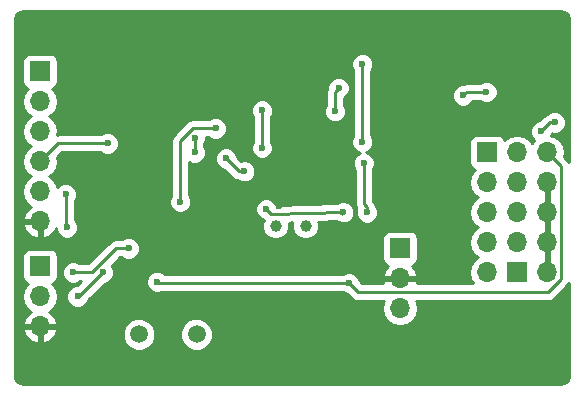
<source format=gbr>
G04 #@! TF.FileFunction,Copper,L2,Bot,Signal*
%FSLAX46Y46*%
G04 Gerber Fmt 4.6, Leading zero omitted, Abs format (unit mm)*
G04 Created by KiCad (PCBNEW 4.0.6) date 01/08/18 14:17:43*
%MOMM*%
%LPD*%
G01*
G04 APERTURE LIST*
%ADD10C,0.100000*%
%ADD11R,1.700000X1.700000*%
%ADD12O,1.700000X1.700000*%
%ADD13C,1.000000*%
%ADD14C,1.500000*%
%ADD15C,0.600000*%
%ADD16C,0.250000*%
%ADD17C,0.254000*%
G04 APERTURE END LIST*
D10*
D11*
X220980000Y-91440000D03*
D12*
X220980000Y-93980000D03*
X220980000Y-96520000D03*
X220980000Y-99060000D03*
X220980000Y-101600000D03*
D11*
X223520000Y-101600000D03*
D12*
X226060000Y-101600000D03*
X223520000Y-99060000D03*
X226060000Y-99060000D03*
X223520000Y-96520000D03*
X226060000Y-96520000D03*
X223520000Y-93980000D03*
X226060000Y-93980000D03*
X223520000Y-91440000D03*
X226060000Y-91440000D03*
D11*
X183134000Y-84582000D03*
D12*
X183134000Y-87122000D03*
X183134000Y-89662000D03*
X183134000Y-92202000D03*
X183134000Y-94742000D03*
X183134000Y-97282000D03*
D11*
X183134000Y-101092000D03*
D12*
X183134000Y-103632000D03*
X183134000Y-106172000D03*
D13*
X203073000Y-97663000D03*
X205613000Y-97663000D03*
D14*
X196382856Y-106840710D03*
X191502856Y-106840710D03*
D11*
X213614000Y-99568000D03*
D12*
X213614000Y-102108000D03*
X213614000Y-104648000D03*
D15*
X203326270Y-96006581D03*
X213741000Y-89408000D03*
X197739000Y-101600000D03*
X190627000Y-98171000D03*
X186436000Y-99568000D03*
X217932000Y-82423000D03*
X211328000Y-82042000D03*
X193040000Y-102383002D03*
X201930000Y-87884000D03*
X210425558Y-83960442D03*
X201930000Y-91059000D03*
X209296000Y-102489000D03*
X188849000Y-90678000D03*
X210425558Y-90537558D03*
X225552000Y-89662000D03*
X226695000Y-88900000D03*
X198882000Y-91948000D03*
X200428441Y-93032441D03*
X210548037Y-92329223D03*
X210820000Y-96520000D03*
X185293000Y-94996000D03*
X185420000Y-97790000D03*
X186309000Y-103632000D03*
X186309000Y-103632000D03*
X188468000Y-101600000D03*
X196215000Y-91440000D03*
X196215000Y-90180000D03*
X197993000Y-89408000D03*
X194998000Y-95631000D03*
X208807942Y-96500058D03*
X202262559Y-96217559D03*
X208107001Y-87965001D03*
X208407000Y-85979000D03*
X220934001Y-86314001D03*
X218948000Y-86614000D03*
X185928000Y-101600000D03*
X190627000Y-99568000D03*
D16*
X213741000Y-89408000D02*
X217932000Y-85217000D01*
X217932000Y-85217000D02*
X217932000Y-82423000D01*
X197739000Y-101600000D02*
X194310000Y-98171000D01*
X194310000Y-98171000D02*
X190627000Y-98171000D01*
X186436000Y-99568000D02*
X187833000Y-98171000D01*
X187833000Y-98171000D02*
X190627000Y-98171000D01*
X211328000Y-82042000D02*
X211709000Y-82423000D01*
X211709000Y-82423000D02*
X217932000Y-82423000D01*
X193145998Y-102489000D02*
X193040000Y-102383002D01*
X209296000Y-102489000D02*
X193145998Y-102489000D01*
X201930000Y-91059000D02*
X201930000Y-87884000D01*
X210090001Y-103283001D02*
X209296000Y-102489000D01*
X226060000Y-91440000D02*
X227235001Y-92615001D01*
X227235001Y-92615001D02*
X227235001Y-102164001D01*
X227235001Y-102164001D02*
X226116001Y-103283001D01*
X226116001Y-103283001D02*
X210090001Y-103283001D01*
X188849000Y-90678000D02*
X184658000Y-90678000D01*
X184658000Y-90678000D02*
X183134000Y-92202000D01*
X210425558Y-90537558D02*
X210425558Y-83960442D01*
X226695000Y-88900000D02*
X226314000Y-88900000D01*
X226314000Y-88900000D02*
X225552000Y-89662000D01*
X199966441Y-93032441D02*
X198882000Y-91948000D01*
X200428441Y-93032441D02*
X199966441Y-93032441D01*
X210566000Y-95841736D02*
X210566000Y-92347186D01*
X210566000Y-92347186D02*
X210548037Y-92329223D01*
X210820000Y-96520000D02*
X210820000Y-96095736D01*
X210820000Y-96095736D02*
X210566000Y-95841736D01*
X185293000Y-94996000D02*
X185293000Y-97663000D01*
X185293000Y-97663000D02*
X185420000Y-97790000D01*
X188468000Y-101600000D02*
X186436000Y-103632000D01*
X186436000Y-103632000D02*
X186309000Y-103632000D01*
X196215000Y-90180000D02*
X196215000Y-91440000D01*
X196061998Y-89408000D02*
X197993000Y-89408000D01*
X194998000Y-95631000D02*
X194998000Y-90471998D01*
X194998000Y-90471998D02*
X196061998Y-89408000D01*
X202692000Y-96647000D02*
X208807942Y-96500058D01*
X208661000Y-96647000D02*
X208807942Y-96500058D01*
X202262559Y-96217559D02*
X202692000Y-96647000D01*
X208407000Y-85979000D02*
X208107001Y-86278999D01*
X208107001Y-86278999D02*
X208107001Y-87965001D01*
X218948000Y-86614000D02*
X219247999Y-86314001D01*
X219247999Y-86314001D02*
X220934001Y-86314001D01*
X187542998Y-101600000D02*
X185928000Y-101600000D01*
X190627000Y-99568000D02*
X189574998Y-99568000D01*
X189574998Y-99568000D02*
X187542998Y-101600000D01*
D17*
G36*
X227538979Y-79505478D02*
X227716145Y-79623856D01*
X227834521Y-79801019D01*
X227890000Y-80079931D01*
X227890000Y-92253598D01*
X227772402Y-92077600D01*
X227501210Y-91806408D01*
X227574093Y-91440000D01*
X227461054Y-90871715D01*
X227139147Y-90389946D01*
X226657378Y-90068039D01*
X226415758Y-90019978D01*
X226486838Y-89848799D01*
X226486858Y-89825976D01*
X226508201Y-89834838D01*
X226880167Y-89835162D01*
X227223943Y-89693117D01*
X227487192Y-89430327D01*
X227629838Y-89086799D01*
X227630162Y-88714833D01*
X227488117Y-88371057D01*
X227225327Y-88107808D01*
X226881799Y-87965162D01*
X226509833Y-87964838D01*
X226166057Y-88106883D01*
X226087811Y-88184992D01*
X226023161Y-88197852D01*
X225776599Y-88362599D01*
X225412320Y-88726878D01*
X225366833Y-88726838D01*
X225023057Y-88868883D01*
X224759808Y-89131673D01*
X224617162Y-89475201D01*
X224616838Y-89847167D01*
X224758883Y-90190943D01*
X224971505Y-90403936D01*
X224790000Y-90675578D01*
X224599147Y-90389946D01*
X224117378Y-90068039D01*
X223549093Y-89955000D01*
X223490907Y-89955000D01*
X222922622Y-90068039D01*
X222440853Y-90389946D01*
X222440029Y-90391179D01*
X222433162Y-90354683D01*
X222294090Y-90138559D01*
X222081890Y-89993569D01*
X221830000Y-89942560D01*
X220130000Y-89942560D01*
X219894683Y-89986838D01*
X219678559Y-90125910D01*
X219533569Y-90338110D01*
X219482560Y-90590000D01*
X219482560Y-92290000D01*
X219526838Y-92525317D01*
X219665910Y-92741441D01*
X219878110Y-92886431D01*
X219945541Y-92900086D01*
X219900853Y-92929946D01*
X219578946Y-93411715D01*
X219465907Y-93980000D01*
X219578946Y-94548285D01*
X219900853Y-95030054D01*
X220230026Y-95250000D01*
X219900853Y-95469946D01*
X219578946Y-95951715D01*
X219465907Y-96520000D01*
X219578946Y-97088285D01*
X219900853Y-97570054D01*
X220230026Y-97790000D01*
X219900853Y-98009946D01*
X219578946Y-98491715D01*
X219465907Y-99060000D01*
X219578946Y-99628285D01*
X219900853Y-100110054D01*
X220230026Y-100330000D01*
X219900853Y-100549946D01*
X219578946Y-101031715D01*
X219465907Y-101600000D01*
X219578946Y-102168285D01*
X219815959Y-102523001D01*
X215031407Y-102523001D01*
X215055476Y-102464890D01*
X214934155Y-102235000D01*
X213741000Y-102235000D01*
X213741000Y-102255000D01*
X213487000Y-102255000D01*
X213487000Y-102235000D01*
X212293845Y-102235000D01*
X212172524Y-102464890D01*
X212196593Y-102523001D01*
X210404803Y-102523001D01*
X210231122Y-102349320D01*
X210231162Y-102303833D01*
X210089117Y-101960057D01*
X209826327Y-101696808D01*
X209482799Y-101554162D01*
X209110833Y-101553838D01*
X208767057Y-101695883D01*
X208733882Y-101729000D01*
X193708276Y-101729000D01*
X193570327Y-101590810D01*
X193226799Y-101448164D01*
X192854833Y-101447840D01*
X192511057Y-101589885D01*
X192247808Y-101852675D01*
X192105162Y-102196203D01*
X192104838Y-102568169D01*
X192246883Y-102911945D01*
X192509673Y-103175194D01*
X192853201Y-103317840D01*
X193225167Y-103318164D01*
X193392557Y-103249000D01*
X208733537Y-103249000D01*
X208765673Y-103281192D01*
X209109201Y-103423838D01*
X209156077Y-103423879D01*
X209552600Y-103820402D01*
X209799162Y-103985149D01*
X210090001Y-104043001D01*
X212237477Y-104043001D01*
X212212946Y-104079715D01*
X212099907Y-104648000D01*
X212212946Y-105216285D01*
X212534853Y-105698054D01*
X213016622Y-106019961D01*
X213584907Y-106133000D01*
X213643093Y-106133000D01*
X214211378Y-106019961D01*
X214693147Y-105698054D01*
X215015054Y-105216285D01*
X215128093Y-104648000D01*
X215015054Y-104079715D01*
X214990523Y-104043001D01*
X226116001Y-104043001D01*
X226406840Y-103985149D01*
X226653402Y-103820402D01*
X227772402Y-102701402D01*
X227890000Y-102525404D01*
X227890000Y-110420069D01*
X227834521Y-110698981D01*
X227716145Y-110876144D01*
X227538979Y-110994522D01*
X227260070Y-111050000D01*
X181679931Y-111050000D01*
X181401019Y-110994521D01*
X181223856Y-110876145D01*
X181095309Y-110683760D01*
X181050000Y-110503448D01*
X181050000Y-106528890D01*
X181692524Y-106528890D01*
X181862355Y-106938924D01*
X182252642Y-107367183D01*
X182777108Y-107613486D01*
X183007000Y-107492819D01*
X183007000Y-106299000D01*
X183261000Y-106299000D01*
X183261000Y-107492819D01*
X183490892Y-107613486D01*
X184015358Y-107367183D01*
X184245185Y-107114995D01*
X190117616Y-107114995D01*
X190328025Y-107624225D01*
X190717292Y-108014171D01*
X191226154Y-108225469D01*
X191777141Y-108225950D01*
X192286371Y-108015541D01*
X192676317Y-107626274D01*
X192887615Y-107117412D01*
X192887617Y-107114995D01*
X194997616Y-107114995D01*
X195208025Y-107624225D01*
X195597292Y-108014171D01*
X196106154Y-108225469D01*
X196657141Y-108225950D01*
X197166371Y-108015541D01*
X197556317Y-107626274D01*
X197767615Y-107117412D01*
X197768096Y-106566425D01*
X197557687Y-106057195D01*
X197168420Y-105667249D01*
X196659558Y-105455951D01*
X196108571Y-105455470D01*
X195599341Y-105665879D01*
X195209395Y-106055146D01*
X194998097Y-106564008D01*
X194997616Y-107114995D01*
X192887617Y-107114995D01*
X192888096Y-106566425D01*
X192677687Y-106057195D01*
X192288420Y-105667249D01*
X191779558Y-105455951D01*
X191228571Y-105455470D01*
X190719341Y-105665879D01*
X190329395Y-106055146D01*
X190118097Y-106564008D01*
X190117616Y-107114995D01*
X184245185Y-107114995D01*
X184405645Y-106938924D01*
X184575476Y-106528890D01*
X184454155Y-106299000D01*
X183261000Y-106299000D01*
X183007000Y-106299000D01*
X181813845Y-106299000D01*
X181692524Y-106528890D01*
X181050000Y-106528890D01*
X181050000Y-103632000D01*
X181619907Y-103632000D01*
X181732946Y-104200285D01*
X182054853Y-104682054D01*
X182395553Y-104909702D01*
X182252642Y-104976817D01*
X181862355Y-105405076D01*
X181692524Y-105815110D01*
X181813845Y-106045000D01*
X183007000Y-106045000D01*
X183007000Y-106025000D01*
X183261000Y-106025000D01*
X183261000Y-106045000D01*
X184454155Y-106045000D01*
X184575476Y-105815110D01*
X184405645Y-105405076D01*
X184015358Y-104976817D01*
X183872447Y-104909702D01*
X184213147Y-104682054D01*
X184535054Y-104200285D01*
X184648093Y-103632000D01*
X184535054Y-103063715D01*
X184213147Y-102581946D01*
X184171548Y-102554150D01*
X184219317Y-102545162D01*
X184435441Y-102406090D01*
X184580431Y-102193890D01*
X184631440Y-101942000D01*
X184631440Y-101785167D01*
X184992838Y-101785167D01*
X185134883Y-102128943D01*
X185397673Y-102392192D01*
X185741201Y-102534838D01*
X186113167Y-102535162D01*
X186456943Y-102393117D01*
X186490118Y-102360000D01*
X186633198Y-102360000D01*
X186296210Y-102696988D01*
X186123833Y-102696838D01*
X185780057Y-102838883D01*
X185516808Y-103101673D01*
X185374162Y-103445201D01*
X185373838Y-103817167D01*
X185515883Y-104160943D01*
X185778673Y-104424192D01*
X186122201Y-104566838D01*
X186494167Y-104567162D01*
X186837943Y-104425117D01*
X187101192Y-104162327D01*
X187186913Y-103955889D01*
X188607680Y-102535122D01*
X188653167Y-102535162D01*
X188996943Y-102393117D01*
X189260192Y-102130327D01*
X189402838Y-101786799D01*
X189403162Y-101414833D01*
X189261117Y-101071057D01*
X189203980Y-101013820D01*
X189889800Y-100328000D01*
X190064537Y-100328000D01*
X190096673Y-100360192D01*
X190440201Y-100502838D01*
X190812167Y-100503162D01*
X191155943Y-100361117D01*
X191419192Y-100098327D01*
X191561838Y-99754799D01*
X191562162Y-99382833D01*
X191420117Y-99039057D01*
X191157327Y-98775808D01*
X190813799Y-98633162D01*
X190441833Y-98632838D01*
X190098057Y-98774883D01*
X190064882Y-98808000D01*
X189574998Y-98808000D01*
X189284159Y-98865852D01*
X189037597Y-99030599D01*
X187228196Y-100840000D01*
X186490463Y-100840000D01*
X186458327Y-100807808D01*
X186114799Y-100665162D01*
X185742833Y-100664838D01*
X185399057Y-100806883D01*
X185135808Y-101069673D01*
X184993162Y-101413201D01*
X184992838Y-101785167D01*
X184631440Y-101785167D01*
X184631440Y-100242000D01*
X184587162Y-100006683D01*
X184448090Y-99790559D01*
X184235890Y-99645569D01*
X183984000Y-99594560D01*
X182284000Y-99594560D01*
X182048683Y-99638838D01*
X181832559Y-99777910D01*
X181687569Y-99990110D01*
X181636560Y-100242000D01*
X181636560Y-101942000D01*
X181680838Y-102177317D01*
X181819910Y-102393441D01*
X182032110Y-102538431D01*
X182099541Y-102552086D01*
X182054853Y-102581946D01*
X181732946Y-103063715D01*
X181619907Y-103632000D01*
X181050000Y-103632000D01*
X181050000Y-97638890D01*
X181692524Y-97638890D01*
X181862355Y-98048924D01*
X182252642Y-98477183D01*
X182777108Y-98723486D01*
X183007000Y-98602819D01*
X183007000Y-97409000D01*
X181813845Y-97409000D01*
X181692524Y-97638890D01*
X181050000Y-97638890D01*
X181050000Y-87122000D01*
X181619907Y-87122000D01*
X181732946Y-87690285D01*
X182054853Y-88172054D01*
X182384026Y-88392000D01*
X182054853Y-88611946D01*
X181732946Y-89093715D01*
X181619907Y-89662000D01*
X181732946Y-90230285D01*
X182054853Y-90712054D01*
X182384026Y-90932000D01*
X182054853Y-91151946D01*
X181732946Y-91633715D01*
X181619907Y-92202000D01*
X181732946Y-92770285D01*
X182054853Y-93252054D01*
X182384026Y-93472000D01*
X182054853Y-93691946D01*
X181732946Y-94173715D01*
X181619907Y-94742000D01*
X181732946Y-95310285D01*
X182054853Y-95792054D01*
X182395553Y-96019702D01*
X182252642Y-96086817D01*
X181862355Y-96515076D01*
X181692524Y-96925110D01*
X181813845Y-97155000D01*
X183007000Y-97155000D01*
X183007000Y-97135000D01*
X183261000Y-97135000D01*
X183261000Y-97155000D01*
X183281000Y-97155000D01*
X183281000Y-97409000D01*
X183261000Y-97409000D01*
X183261000Y-98602819D01*
X183490892Y-98723486D01*
X184015358Y-98477183D01*
X184405645Y-98048924D01*
X184484941Y-97857476D01*
X184484838Y-97975167D01*
X184626883Y-98318943D01*
X184889673Y-98582192D01*
X185233201Y-98724838D01*
X185605167Y-98725162D01*
X185948943Y-98583117D01*
X186212192Y-98320327D01*
X186354838Y-97976799D01*
X186355162Y-97604833D01*
X186213117Y-97261057D01*
X186053000Y-97100660D01*
X186053000Y-95816167D01*
X194062838Y-95816167D01*
X194204883Y-96159943D01*
X194467673Y-96423192D01*
X194811201Y-96565838D01*
X195183167Y-96566162D01*
X195526943Y-96424117D01*
X195548371Y-96402726D01*
X201327397Y-96402726D01*
X201469442Y-96746502D01*
X201732232Y-97009751D01*
X202058958Y-97145420D01*
X201938197Y-97436244D01*
X201937803Y-97887775D01*
X202110233Y-98305086D01*
X202429235Y-98624645D01*
X202846244Y-98797803D01*
X203297775Y-98798197D01*
X203715086Y-98625767D01*
X204034645Y-98306765D01*
X204207803Y-97889756D01*
X204208197Y-97438225D01*
X204180608Y-97371454D01*
X204508370Y-97363579D01*
X204478197Y-97436244D01*
X204477803Y-97887775D01*
X204650233Y-98305086D01*
X204969235Y-98624645D01*
X205386244Y-98797803D01*
X205837775Y-98798197D01*
X206031865Y-98718000D01*
X212116560Y-98718000D01*
X212116560Y-100418000D01*
X212160838Y-100653317D01*
X212299910Y-100869441D01*
X212512110Y-101014431D01*
X212620107Y-101036301D01*
X212342355Y-101341076D01*
X212172524Y-101751110D01*
X212293845Y-101981000D01*
X213487000Y-101981000D01*
X213487000Y-101961000D01*
X213741000Y-101961000D01*
X213741000Y-101981000D01*
X214934155Y-101981000D01*
X215055476Y-101751110D01*
X214885645Y-101341076D01*
X214609499Y-101038063D01*
X214699317Y-101021162D01*
X214915441Y-100882090D01*
X215060431Y-100669890D01*
X215111440Y-100418000D01*
X215111440Y-98718000D01*
X215067162Y-98482683D01*
X214928090Y-98266559D01*
X214715890Y-98121569D01*
X214464000Y-98070560D01*
X212764000Y-98070560D01*
X212528683Y-98114838D01*
X212312559Y-98253910D01*
X212167569Y-98466110D01*
X212116560Y-98718000D01*
X206031865Y-98718000D01*
X206255086Y-98625767D01*
X206574645Y-98306765D01*
X206747803Y-97889756D01*
X206748197Y-97438225D01*
X206695640Y-97311028D01*
X208256968Y-97273515D01*
X208262808Y-97277417D01*
X208277615Y-97292250D01*
X208297142Y-97300358D01*
X208370161Y-97349148D01*
X208455539Y-97366131D01*
X208621143Y-97434896D01*
X208993109Y-97435220D01*
X209336885Y-97293175D01*
X209600134Y-97030385D01*
X209742780Y-96686857D01*
X209743104Y-96314891D01*
X209601059Y-95971115D01*
X209338269Y-95707866D01*
X208994741Y-95565220D01*
X208622775Y-95564896D01*
X208278999Y-95706941D01*
X208232187Y-95753672D01*
X203133176Y-95876181D01*
X203055676Y-95688616D01*
X202792886Y-95425367D01*
X202449358Y-95282721D01*
X202077392Y-95282397D01*
X201733616Y-95424442D01*
X201470367Y-95687232D01*
X201327721Y-96030760D01*
X201327397Y-96402726D01*
X195548371Y-96402726D01*
X195790192Y-96161327D01*
X195932838Y-95817799D01*
X195933162Y-95445833D01*
X195791117Y-95102057D01*
X195758000Y-95068882D01*
X195758000Y-92262640D01*
X196028201Y-92374838D01*
X196400167Y-92375162D01*
X196743943Y-92233117D01*
X196844067Y-92133167D01*
X197946838Y-92133167D01*
X198088883Y-92476943D01*
X198351673Y-92740192D01*
X198695201Y-92882838D01*
X198742077Y-92882879D01*
X199429040Y-93569842D01*
X199675601Y-93734589D01*
X199841087Y-93767506D01*
X199898114Y-93824633D01*
X200241642Y-93967279D01*
X200613608Y-93967603D01*
X200957384Y-93825558D01*
X201220633Y-93562768D01*
X201363279Y-93219240D01*
X201363603Y-92847274D01*
X201221558Y-92503498D01*
X200958768Y-92240249D01*
X200615240Y-92097603D01*
X200243274Y-92097279D01*
X200146194Y-92137392D01*
X199817122Y-91808320D01*
X199817162Y-91762833D01*
X199675117Y-91419057D01*
X199412327Y-91155808D01*
X199068799Y-91013162D01*
X198696833Y-91012838D01*
X198353057Y-91154883D01*
X198089808Y-91417673D01*
X197947162Y-91761201D01*
X197946838Y-92133167D01*
X196844067Y-92133167D01*
X197007192Y-91970327D01*
X197149838Y-91626799D01*
X197150162Y-91254833D01*
X197008117Y-90911057D01*
X196975000Y-90877882D01*
X196975000Y-90742463D01*
X197007192Y-90710327D01*
X197149838Y-90366799D01*
X197150011Y-90168000D01*
X197430537Y-90168000D01*
X197462673Y-90200192D01*
X197806201Y-90342838D01*
X198178167Y-90343162D01*
X198521943Y-90201117D01*
X198785192Y-89938327D01*
X198927838Y-89594799D01*
X198928162Y-89222833D01*
X198786117Y-88879057D01*
X198523327Y-88615808D01*
X198179799Y-88473162D01*
X197807833Y-88472838D01*
X197464057Y-88614883D01*
X197430882Y-88648000D01*
X196061998Y-88648000D01*
X195819412Y-88696254D01*
X195771158Y-88705852D01*
X195524597Y-88870599D01*
X194460599Y-89934597D01*
X194295852Y-90181159D01*
X194238000Y-90471998D01*
X194238000Y-95068537D01*
X194205808Y-95100673D01*
X194063162Y-95444201D01*
X194062838Y-95816167D01*
X186053000Y-95816167D01*
X186053000Y-95558463D01*
X186085192Y-95526327D01*
X186227838Y-95182799D01*
X186228162Y-94810833D01*
X186086117Y-94467057D01*
X185823327Y-94203808D01*
X185479799Y-94061162D01*
X185107833Y-94060838D01*
X184764057Y-94202883D01*
X184577833Y-94388782D01*
X184535054Y-94173715D01*
X184213147Y-93691946D01*
X183883974Y-93472000D01*
X184213147Y-93252054D01*
X184535054Y-92770285D01*
X184648093Y-92202000D01*
X184575210Y-91835592D01*
X184972802Y-91438000D01*
X188286537Y-91438000D01*
X188318673Y-91470192D01*
X188662201Y-91612838D01*
X189034167Y-91613162D01*
X189377943Y-91471117D01*
X189641192Y-91208327D01*
X189783838Y-90864799D01*
X189784162Y-90492833D01*
X189642117Y-90149057D01*
X189379327Y-89885808D01*
X189035799Y-89743162D01*
X188663833Y-89742838D01*
X188320057Y-89884883D01*
X188286882Y-89918000D01*
X184658000Y-89918000D01*
X184594665Y-89930598D01*
X184648093Y-89662000D01*
X184535054Y-89093715D01*
X184213147Y-88611946D01*
X183883974Y-88392000D01*
X184213147Y-88172054D01*
X184281893Y-88069167D01*
X200994838Y-88069167D01*
X201136883Y-88412943D01*
X201170000Y-88446118D01*
X201170000Y-90496537D01*
X201137808Y-90528673D01*
X200995162Y-90872201D01*
X200994838Y-91244167D01*
X201136883Y-91587943D01*
X201399673Y-91851192D01*
X201743201Y-91993838D01*
X202115167Y-91994162D01*
X202458943Y-91852117D01*
X202722192Y-91589327D01*
X202864838Y-91245799D01*
X202865162Y-90873833D01*
X202723117Y-90530057D01*
X202690000Y-90496882D01*
X202690000Y-88446463D01*
X202722192Y-88414327D01*
X202831880Y-88150168D01*
X207171839Y-88150168D01*
X207313884Y-88493944D01*
X207576674Y-88757193D01*
X207920202Y-88899839D01*
X208292168Y-88900163D01*
X208635944Y-88758118D01*
X208899193Y-88495328D01*
X209041839Y-88151800D01*
X209042163Y-87779834D01*
X208900118Y-87436058D01*
X208867001Y-87402883D01*
X208867001Y-86800603D01*
X208935943Y-86772117D01*
X209199192Y-86509327D01*
X209341838Y-86165799D01*
X209342162Y-85793833D01*
X209200117Y-85450057D01*
X208937327Y-85186808D01*
X208593799Y-85044162D01*
X208221833Y-85043838D01*
X207878057Y-85185883D01*
X207614808Y-85448673D01*
X207472162Y-85792201D01*
X207472079Y-85887549D01*
X207404853Y-85988160D01*
X207347001Y-86278999D01*
X207347001Y-87402538D01*
X207314809Y-87434674D01*
X207172163Y-87778202D01*
X207171839Y-88150168D01*
X202831880Y-88150168D01*
X202864838Y-88070799D01*
X202865162Y-87698833D01*
X202723117Y-87355057D01*
X202460327Y-87091808D01*
X202116799Y-86949162D01*
X201744833Y-86948838D01*
X201401057Y-87090883D01*
X201137808Y-87353673D01*
X200995162Y-87697201D01*
X200994838Y-88069167D01*
X184281893Y-88069167D01*
X184535054Y-87690285D01*
X184648093Y-87122000D01*
X184535054Y-86553715D01*
X184213147Y-86071946D01*
X184171548Y-86044150D01*
X184219317Y-86035162D01*
X184435441Y-85896090D01*
X184580431Y-85683890D01*
X184631440Y-85432000D01*
X184631440Y-84145609D01*
X209490396Y-84145609D01*
X209632441Y-84489385D01*
X209665558Y-84522560D01*
X209665558Y-89975095D01*
X209633366Y-90007231D01*
X209490720Y-90350759D01*
X209490396Y-90722725D01*
X209632441Y-91066501D01*
X209895231Y-91329750D01*
X210206103Y-91458836D01*
X210019094Y-91536106D01*
X209755845Y-91798896D01*
X209613199Y-92142424D01*
X209612875Y-92514390D01*
X209754920Y-92858166D01*
X209806000Y-92909335D01*
X209806000Y-95841736D01*
X209863852Y-96132575D01*
X209928373Y-96229138D01*
X209885162Y-96333201D01*
X209884838Y-96705167D01*
X210026883Y-97048943D01*
X210289673Y-97312192D01*
X210633201Y-97454838D01*
X211005167Y-97455162D01*
X211348943Y-97313117D01*
X211612192Y-97050327D01*
X211754838Y-96706799D01*
X211755162Y-96334833D01*
X211613117Y-95991057D01*
X211545755Y-95923578D01*
X211522148Y-95804896D01*
X211357401Y-95558335D01*
X211326000Y-95526934D01*
X211326000Y-92873754D01*
X211340229Y-92859550D01*
X211482875Y-92516022D01*
X211483199Y-92144056D01*
X211341154Y-91800280D01*
X211078364Y-91537031D01*
X210767492Y-91407945D01*
X210954501Y-91330675D01*
X211217750Y-91067885D01*
X211360396Y-90724357D01*
X211360720Y-90352391D01*
X211218675Y-90008615D01*
X211185558Y-89975440D01*
X211185558Y-86799167D01*
X218012838Y-86799167D01*
X218154883Y-87142943D01*
X218417673Y-87406192D01*
X218761201Y-87548838D01*
X219133167Y-87549162D01*
X219476943Y-87407117D01*
X219740192Y-87144327D01*
X219769394Y-87074001D01*
X220371538Y-87074001D01*
X220403674Y-87106193D01*
X220747202Y-87248839D01*
X221119168Y-87249163D01*
X221462944Y-87107118D01*
X221726193Y-86844328D01*
X221868839Y-86500800D01*
X221869163Y-86128834D01*
X221727118Y-85785058D01*
X221464328Y-85521809D01*
X221120800Y-85379163D01*
X220748834Y-85378839D01*
X220405058Y-85520884D01*
X220371883Y-85554001D01*
X219247999Y-85554001D01*
X218957160Y-85611853D01*
X218856787Y-85678920D01*
X218762833Y-85678838D01*
X218419057Y-85820883D01*
X218155808Y-86083673D01*
X218013162Y-86427201D01*
X218012838Y-86799167D01*
X211185558Y-86799167D01*
X211185558Y-84522905D01*
X211217750Y-84490769D01*
X211360396Y-84147241D01*
X211360720Y-83775275D01*
X211218675Y-83431499D01*
X210955885Y-83168250D01*
X210612357Y-83025604D01*
X210240391Y-83025280D01*
X209896615Y-83167325D01*
X209633366Y-83430115D01*
X209490720Y-83773643D01*
X209490396Y-84145609D01*
X184631440Y-84145609D01*
X184631440Y-83732000D01*
X184587162Y-83496683D01*
X184448090Y-83280559D01*
X184235890Y-83135569D01*
X183984000Y-83084560D01*
X182284000Y-83084560D01*
X182048683Y-83128838D01*
X181832559Y-83267910D01*
X181687569Y-83480110D01*
X181636560Y-83732000D01*
X181636560Y-85432000D01*
X181680838Y-85667317D01*
X181819910Y-85883441D01*
X182032110Y-86028431D01*
X182099541Y-86042086D01*
X182054853Y-86071946D01*
X181732946Y-86553715D01*
X181619907Y-87122000D01*
X181050000Y-87122000D01*
X181050000Y-80079930D01*
X181105478Y-79801021D01*
X181223856Y-79623855D01*
X181401019Y-79505479D01*
X181679931Y-79450000D01*
X227260070Y-79450000D01*
X227538979Y-79505478D01*
X227538979Y-79505478D01*
G37*
X227538979Y-79505478D02*
X227716145Y-79623856D01*
X227834521Y-79801019D01*
X227890000Y-80079931D01*
X227890000Y-92253598D01*
X227772402Y-92077600D01*
X227501210Y-91806408D01*
X227574093Y-91440000D01*
X227461054Y-90871715D01*
X227139147Y-90389946D01*
X226657378Y-90068039D01*
X226415758Y-90019978D01*
X226486838Y-89848799D01*
X226486858Y-89825976D01*
X226508201Y-89834838D01*
X226880167Y-89835162D01*
X227223943Y-89693117D01*
X227487192Y-89430327D01*
X227629838Y-89086799D01*
X227630162Y-88714833D01*
X227488117Y-88371057D01*
X227225327Y-88107808D01*
X226881799Y-87965162D01*
X226509833Y-87964838D01*
X226166057Y-88106883D01*
X226087811Y-88184992D01*
X226023161Y-88197852D01*
X225776599Y-88362599D01*
X225412320Y-88726878D01*
X225366833Y-88726838D01*
X225023057Y-88868883D01*
X224759808Y-89131673D01*
X224617162Y-89475201D01*
X224616838Y-89847167D01*
X224758883Y-90190943D01*
X224971505Y-90403936D01*
X224790000Y-90675578D01*
X224599147Y-90389946D01*
X224117378Y-90068039D01*
X223549093Y-89955000D01*
X223490907Y-89955000D01*
X222922622Y-90068039D01*
X222440853Y-90389946D01*
X222440029Y-90391179D01*
X222433162Y-90354683D01*
X222294090Y-90138559D01*
X222081890Y-89993569D01*
X221830000Y-89942560D01*
X220130000Y-89942560D01*
X219894683Y-89986838D01*
X219678559Y-90125910D01*
X219533569Y-90338110D01*
X219482560Y-90590000D01*
X219482560Y-92290000D01*
X219526838Y-92525317D01*
X219665910Y-92741441D01*
X219878110Y-92886431D01*
X219945541Y-92900086D01*
X219900853Y-92929946D01*
X219578946Y-93411715D01*
X219465907Y-93980000D01*
X219578946Y-94548285D01*
X219900853Y-95030054D01*
X220230026Y-95250000D01*
X219900853Y-95469946D01*
X219578946Y-95951715D01*
X219465907Y-96520000D01*
X219578946Y-97088285D01*
X219900853Y-97570054D01*
X220230026Y-97790000D01*
X219900853Y-98009946D01*
X219578946Y-98491715D01*
X219465907Y-99060000D01*
X219578946Y-99628285D01*
X219900853Y-100110054D01*
X220230026Y-100330000D01*
X219900853Y-100549946D01*
X219578946Y-101031715D01*
X219465907Y-101600000D01*
X219578946Y-102168285D01*
X219815959Y-102523001D01*
X215031407Y-102523001D01*
X215055476Y-102464890D01*
X214934155Y-102235000D01*
X213741000Y-102235000D01*
X213741000Y-102255000D01*
X213487000Y-102255000D01*
X213487000Y-102235000D01*
X212293845Y-102235000D01*
X212172524Y-102464890D01*
X212196593Y-102523001D01*
X210404803Y-102523001D01*
X210231122Y-102349320D01*
X210231162Y-102303833D01*
X210089117Y-101960057D01*
X209826327Y-101696808D01*
X209482799Y-101554162D01*
X209110833Y-101553838D01*
X208767057Y-101695883D01*
X208733882Y-101729000D01*
X193708276Y-101729000D01*
X193570327Y-101590810D01*
X193226799Y-101448164D01*
X192854833Y-101447840D01*
X192511057Y-101589885D01*
X192247808Y-101852675D01*
X192105162Y-102196203D01*
X192104838Y-102568169D01*
X192246883Y-102911945D01*
X192509673Y-103175194D01*
X192853201Y-103317840D01*
X193225167Y-103318164D01*
X193392557Y-103249000D01*
X208733537Y-103249000D01*
X208765673Y-103281192D01*
X209109201Y-103423838D01*
X209156077Y-103423879D01*
X209552600Y-103820402D01*
X209799162Y-103985149D01*
X210090001Y-104043001D01*
X212237477Y-104043001D01*
X212212946Y-104079715D01*
X212099907Y-104648000D01*
X212212946Y-105216285D01*
X212534853Y-105698054D01*
X213016622Y-106019961D01*
X213584907Y-106133000D01*
X213643093Y-106133000D01*
X214211378Y-106019961D01*
X214693147Y-105698054D01*
X215015054Y-105216285D01*
X215128093Y-104648000D01*
X215015054Y-104079715D01*
X214990523Y-104043001D01*
X226116001Y-104043001D01*
X226406840Y-103985149D01*
X226653402Y-103820402D01*
X227772402Y-102701402D01*
X227890000Y-102525404D01*
X227890000Y-110420069D01*
X227834521Y-110698981D01*
X227716145Y-110876144D01*
X227538979Y-110994522D01*
X227260070Y-111050000D01*
X181679931Y-111050000D01*
X181401019Y-110994521D01*
X181223856Y-110876145D01*
X181095309Y-110683760D01*
X181050000Y-110503448D01*
X181050000Y-106528890D01*
X181692524Y-106528890D01*
X181862355Y-106938924D01*
X182252642Y-107367183D01*
X182777108Y-107613486D01*
X183007000Y-107492819D01*
X183007000Y-106299000D01*
X183261000Y-106299000D01*
X183261000Y-107492819D01*
X183490892Y-107613486D01*
X184015358Y-107367183D01*
X184245185Y-107114995D01*
X190117616Y-107114995D01*
X190328025Y-107624225D01*
X190717292Y-108014171D01*
X191226154Y-108225469D01*
X191777141Y-108225950D01*
X192286371Y-108015541D01*
X192676317Y-107626274D01*
X192887615Y-107117412D01*
X192887617Y-107114995D01*
X194997616Y-107114995D01*
X195208025Y-107624225D01*
X195597292Y-108014171D01*
X196106154Y-108225469D01*
X196657141Y-108225950D01*
X197166371Y-108015541D01*
X197556317Y-107626274D01*
X197767615Y-107117412D01*
X197768096Y-106566425D01*
X197557687Y-106057195D01*
X197168420Y-105667249D01*
X196659558Y-105455951D01*
X196108571Y-105455470D01*
X195599341Y-105665879D01*
X195209395Y-106055146D01*
X194998097Y-106564008D01*
X194997616Y-107114995D01*
X192887617Y-107114995D01*
X192888096Y-106566425D01*
X192677687Y-106057195D01*
X192288420Y-105667249D01*
X191779558Y-105455951D01*
X191228571Y-105455470D01*
X190719341Y-105665879D01*
X190329395Y-106055146D01*
X190118097Y-106564008D01*
X190117616Y-107114995D01*
X184245185Y-107114995D01*
X184405645Y-106938924D01*
X184575476Y-106528890D01*
X184454155Y-106299000D01*
X183261000Y-106299000D01*
X183007000Y-106299000D01*
X181813845Y-106299000D01*
X181692524Y-106528890D01*
X181050000Y-106528890D01*
X181050000Y-103632000D01*
X181619907Y-103632000D01*
X181732946Y-104200285D01*
X182054853Y-104682054D01*
X182395553Y-104909702D01*
X182252642Y-104976817D01*
X181862355Y-105405076D01*
X181692524Y-105815110D01*
X181813845Y-106045000D01*
X183007000Y-106045000D01*
X183007000Y-106025000D01*
X183261000Y-106025000D01*
X183261000Y-106045000D01*
X184454155Y-106045000D01*
X184575476Y-105815110D01*
X184405645Y-105405076D01*
X184015358Y-104976817D01*
X183872447Y-104909702D01*
X184213147Y-104682054D01*
X184535054Y-104200285D01*
X184648093Y-103632000D01*
X184535054Y-103063715D01*
X184213147Y-102581946D01*
X184171548Y-102554150D01*
X184219317Y-102545162D01*
X184435441Y-102406090D01*
X184580431Y-102193890D01*
X184631440Y-101942000D01*
X184631440Y-101785167D01*
X184992838Y-101785167D01*
X185134883Y-102128943D01*
X185397673Y-102392192D01*
X185741201Y-102534838D01*
X186113167Y-102535162D01*
X186456943Y-102393117D01*
X186490118Y-102360000D01*
X186633198Y-102360000D01*
X186296210Y-102696988D01*
X186123833Y-102696838D01*
X185780057Y-102838883D01*
X185516808Y-103101673D01*
X185374162Y-103445201D01*
X185373838Y-103817167D01*
X185515883Y-104160943D01*
X185778673Y-104424192D01*
X186122201Y-104566838D01*
X186494167Y-104567162D01*
X186837943Y-104425117D01*
X187101192Y-104162327D01*
X187186913Y-103955889D01*
X188607680Y-102535122D01*
X188653167Y-102535162D01*
X188996943Y-102393117D01*
X189260192Y-102130327D01*
X189402838Y-101786799D01*
X189403162Y-101414833D01*
X189261117Y-101071057D01*
X189203980Y-101013820D01*
X189889800Y-100328000D01*
X190064537Y-100328000D01*
X190096673Y-100360192D01*
X190440201Y-100502838D01*
X190812167Y-100503162D01*
X191155943Y-100361117D01*
X191419192Y-100098327D01*
X191561838Y-99754799D01*
X191562162Y-99382833D01*
X191420117Y-99039057D01*
X191157327Y-98775808D01*
X190813799Y-98633162D01*
X190441833Y-98632838D01*
X190098057Y-98774883D01*
X190064882Y-98808000D01*
X189574998Y-98808000D01*
X189284159Y-98865852D01*
X189037597Y-99030599D01*
X187228196Y-100840000D01*
X186490463Y-100840000D01*
X186458327Y-100807808D01*
X186114799Y-100665162D01*
X185742833Y-100664838D01*
X185399057Y-100806883D01*
X185135808Y-101069673D01*
X184993162Y-101413201D01*
X184992838Y-101785167D01*
X184631440Y-101785167D01*
X184631440Y-100242000D01*
X184587162Y-100006683D01*
X184448090Y-99790559D01*
X184235890Y-99645569D01*
X183984000Y-99594560D01*
X182284000Y-99594560D01*
X182048683Y-99638838D01*
X181832559Y-99777910D01*
X181687569Y-99990110D01*
X181636560Y-100242000D01*
X181636560Y-101942000D01*
X181680838Y-102177317D01*
X181819910Y-102393441D01*
X182032110Y-102538431D01*
X182099541Y-102552086D01*
X182054853Y-102581946D01*
X181732946Y-103063715D01*
X181619907Y-103632000D01*
X181050000Y-103632000D01*
X181050000Y-97638890D01*
X181692524Y-97638890D01*
X181862355Y-98048924D01*
X182252642Y-98477183D01*
X182777108Y-98723486D01*
X183007000Y-98602819D01*
X183007000Y-97409000D01*
X181813845Y-97409000D01*
X181692524Y-97638890D01*
X181050000Y-97638890D01*
X181050000Y-87122000D01*
X181619907Y-87122000D01*
X181732946Y-87690285D01*
X182054853Y-88172054D01*
X182384026Y-88392000D01*
X182054853Y-88611946D01*
X181732946Y-89093715D01*
X181619907Y-89662000D01*
X181732946Y-90230285D01*
X182054853Y-90712054D01*
X182384026Y-90932000D01*
X182054853Y-91151946D01*
X181732946Y-91633715D01*
X181619907Y-92202000D01*
X181732946Y-92770285D01*
X182054853Y-93252054D01*
X182384026Y-93472000D01*
X182054853Y-93691946D01*
X181732946Y-94173715D01*
X181619907Y-94742000D01*
X181732946Y-95310285D01*
X182054853Y-95792054D01*
X182395553Y-96019702D01*
X182252642Y-96086817D01*
X181862355Y-96515076D01*
X181692524Y-96925110D01*
X181813845Y-97155000D01*
X183007000Y-97155000D01*
X183007000Y-97135000D01*
X183261000Y-97135000D01*
X183261000Y-97155000D01*
X183281000Y-97155000D01*
X183281000Y-97409000D01*
X183261000Y-97409000D01*
X183261000Y-98602819D01*
X183490892Y-98723486D01*
X184015358Y-98477183D01*
X184405645Y-98048924D01*
X184484941Y-97857476D01*
X184484838Y-97975167D01*
X184626883Y-98318943D01*
X184889673Y-98582192D01*
X185233201Y-98724838D01*
X185605167Y-98725162D01*
X185948943Y-98583117D01*
X186212192Y-98320327D01*
X186354838Y-97976799D01*
X186355162Y-97604833D01*
X186213117Y-97261057D01*
X186053000Y-97100660D01*
X186053000Y-95816167D01*
X194062838Y-95816167D01*
X194204883Y-96159943D01*
X194467673Y-96423192D01*
X194811201Y-96565838D01*
X195183167Y-96566162D01*
X195526943Y-96424117D01*
X195548371Y-96402726D01*
X201327397Y-96402726D01*
X201469442Y-96746502D01*
X201732232Y-97009751D01*
X202058958Y-97145420D01*
X201938197Y-97436244D01*
X201937803Y-97887775D01*
X202110233Y-98305086D01*
X202429235Y-98624645D01*
X202846244Y-98797803D01*
X203297775Y-98798197D01*
X203715086Y-98625767D01*
X204034645Y-98306765D01*
X204207803Y-97889756D01*
X204208197Y-97438225D01*
X204180608Y-97371454D01*
X204508370Y-97363579D01*
X204478197Y-97436244D01*
X204477803Y-97887775D01*
X204650233Y-98305086D01*
X204969235Y-98624645D01*
X205386244Y-98797803D01*
X205837775Y-98798197D01*
X206031865Y-98718000D01*
X212116560Y-98718000D01*
X212116560Y-100418000D01*
X212160838Y-100653317D01*
X212299910Y-100869441D01*
X212512110Y-101014431D01*
X212620107Y-101036301D01*
X212342355Y-101341076D01*
X212172524Y-101751110D01*
X212293845Y-101981000D01*
X213487000Y-101981000D01*
X213487000Y-101961000D01*
X213741000Y-101961000D01*
X213741000Y-101981000D01*
X214934155Y-101981000D01*
X215055476Y-101751110D01*
X214885645Y-101341076D01*
X214609499Y-101038063D01*
X214699317Y-101021162D01*
X214915441Y-100882090D01*
X215060431Y-100669890D01*
X215111440Y-100418000D01*
X215111440Y-98718000D01*
X215067162Y-98482683D01*
X214928090Y-98266559D01*
X214715890Y-98121569D01*
X214464000Y-98070560D01*
X212764000Y-98070560D01*
X212528683Y-98114838D01*
X212312559Y-98253910D01*
X212167569Y-98466110D01*
X212116560Y-98718000D01*
X206031865Y-98718000D01*
X206255086Y-98625767D01*
X206574645Y-98306765D01*
X206747803Y-97889756D01*
X206748197Y-97438225D01*
X206695640Y-97311028D01*
X208256968Y-97273515D01*
X208262808Y-97277417D01*
X208277615Y-97292250D01*
X208297142Y-97300358D01*
X208370161Y-97349148D01*
X208455539Y-97366131D01*
X208621143Y-97434896D01*
X208993109Y-97435220D01*
X209336885Y-97293175D01*
X209600134Y-97030385D01*
X209742780Y-96686857D01*
X209743104Y-96314891D01*
X209601059Y-95971115D01*
X209338269Y-95707866D01*
X208994741Y-95565220D01*
X208622775Y-95564896D01*
X208278999Y-95706941D01*
X208232187Y-95753672D01*
X203133176Y-95876181D01*
X203055676Y-95688616D01*
X202792886Y-95425367D01*
X202449358Y-95282721D01*
X202077392Y-95282397D01*
X201733616Y-95424442D01*
X201470367Y-95687232D01*
X201327721Y-96030760D01*
X201327397Y-96402726D01*
X195548371Y-96402726D01*
X195790192Y-96161327D01*
X195932838Y-95817799D01*
X195933162Y-95445833D01*
X195791117Y-95102057D01*
X195758000Y-95068882D01*
X195758000Y-92262640D01*
X196028201Y-92374838D01*
X196400167Y-92375162D01*
X196743943Y-92233117D01*
X196844067Y-92133167D01*
X197946838Y-92133167D01*
X198088883Y-92476943D01*
X198351673Y-92740192D01*
X198695201Y-92882838D01*
X198742077Y-92882879D01*
X199429040Y-93569842D01*
X199675601Y-93734589D01*
X199841087Y-93767506D01*
X199898114Y-93824633D01*
X200241642Y-93967279D01*
X200613608Y-93967603D01*
X200957384Y-93825558D01*
X201220633Y-93562768D01*
X201363279Y-93219240D01*
X201363603Y-92847274D01*
X201221558Y-92503498D01*
X200958768Y-92240249D01*
X200615240Y-92097603D01*
X200243274Y-92097279D01*
X200146194Y-92137392D01*
X199817122Y-91808320D01*
X199817162Y-91762833D01*
X199675117Y-91419057D01*
X199412327Y-91155808D01*
X199068799Y-91013162D01*
X198696833Y-91012838D01*
X198353057Y-91154883D01*
X198089808Y-91417673D01*
X197947162Y-91761201D01*
X197946838Y-92133167D01*
X196844067Y-92133167D01*
X197007192Y-91970327D01*
X197149838Y-91626799D01*
X197150162Y-91254833D01*
X197008117Y-90911057D01*
X196975000Y-90877882D01*
X196975000Y-90742463D01*
X197007192Y-90710327D01*
X197149838Y-90366799D01*
X197150011Y-90168000D01*
X197430537Y-90168000D01*
X197462673Y-90200192D01*
X197806201Y-90342838D01*
X198178167Y-90343162D01*
X198521943Y-90201117D01*
X198785192Y-89938327D01*
X198927838Y-89594799D01*
X198928162Y-89222833D01*
X198786117Y-88879057D01*
X198523327Y-88615808D01*
X198179799Y-88473162D01*
X197807833Y-88472838D01*
X197464057Y-88614883D01*
X197430882Y-88648000D01*
X196061998Y-88648000D01*
X195819412Y-88696254D01*
X195771158Y-88705852D01*
X195524597Y-88870599D01*
X194460599Y-89934597D01*
X194295852Y-90181159D01*
X194238000Y-90471998D01*
X194238000Y-95068537D01*
X194205808Y-95100673D01*
X194063162Y-95444201D01*
X194062838Y-95816167D01*
X186053000Y-95816167D01*
X186053000Y-95558463D01*
X186085192Y-95526327D01*
X186227838Y-95182799D01*
X186228162Y-94810833D01*
X186086117Y-94467057D01*
X185823327Y-94203808D01*
X185479799Y-94061162D01*
X185107833Y-94060838D01*
X184764057Y-94202883D01*
X184577833Y-94388782D01*
X184535054Y-94173715D01*
X184213147Y-93691946D01*
X183883974Y-93472000D01*
X184213147Y-93252054D01*
X184535054Y-92770285D01*
X184648093Y-92202000D01*
X184575210Y-91835592D01*
X184972802Y-91438000D01*
X188286537Y-91438000D01*
X188318673Y-91470192D01*
X188662201Y-91612838D01*
X189034167Y-91613162D01*
X189377943Y-91471117D01*
X189641192Y-91208327D01*
X189783838Y-90864799D01*
X189784162Y-90492833D01*
X189642117Y-90149057D01*
X189379327Y-89885808D01*
X189035799Y-89743162D01*
X188663833Y-89742838D01*
X188320057Y-89884883D01*
X188286882Y-89918000D01*
X184658000Y-89918000D01*
X184594665Y-89930598D01*
X184648093Y-89662000D01*
X184535054Y-89093715D01*
X184213147Y-88611946D01*
X183883974Y-88392000D01*
X184213147Y-88172054D01*
X184281893Y-88069167D01*
X200994838Y-88069167D01*
X201136883Y-88412943D01*
X201170000Y-88446118D01*
X201170000Y-90496537D01*
X201137808Y-90528673D01*
X200995162Y-90872201D01*
X200994838Y-91244167D01*
X201136883Y-91587943D01*
X201399673Y-91851192D01*
X201743201Y-91993838D01*
X202115167Y-91994162D01*
X202458943Y-91852117D01*
X202722192Y-91589327D01*
X202864838Y-91245799D01*
X202865162Y-90873833D01*
X202723117Y-90530057D01*
X202690000Y-90496882D01*
X202690000Y-88446463D01*
X202722192Y-88414327D01*
X202831880Y-88150168D01*
X207171839Y-88150168D01*
X207313884Y-88493944D01*
X207576674Y-88757193D01*
X207920202Y-88899839D01*
X208292168Y-88900163D01*
X208635944Y-88758118D01*
X208899193Y-88495328D01*
X209041839Y-88151800D01*
X209042163Y-87779834D01*
X208900118Y-87436058D01*
X208867001Y-87402883D01*
X208867001Y-86800603D01*
X208935943Y-86772117D01*
X209199192Y-86509327D01*
X209341838Y-86165799D01*
X209342162Y-85793833D01*
X209200117Y-85450057D01*
X208937327Y-85186808D01*
X208593799Y-85044162D01*
X208221833Y-85043838D01*
X207878057Y-85185883D01*
X207614808Y-85448673D01*
X207472162Y-85792201D01*
X207472079Y-85887549D01*
X207404853Y-85988160D01*
X207347001Y-86278999D01*
X207347001Y-87402538D01*
X207314809Y-87434674D01*
X207172163Y-87778202D01*
X207171839Y-88150168D01*
X202831880Y-88150168D01*
X202864838Y-88070799D01*
X202865162Y-87698833D01*
X202723117Y-87355057D01*
X202460327Y-87091808D01*
X202116799Y-86949162D01*
X201744833Y-86948838D01*
X201401057Y-87090883D01*
X201137808Y-87353673D01*
X200995162Y-87697201D01*
X200994838Y-88069167D01*
X184281893Y-88069167D01*
X184535054Y-87690285D01*
X184648093Y-87122000D01*
X184535054Y-86553715D01*
X184213147Y-86071946D01*
X184171548Y-86044150D01*
X184219317Y-86035162D01*
X184435441Y-85896090D01*
X184580431Y-85683890D01*
X184631440Y-85432000D01*
X184631440Y-84145609D01*
X209490396Y-84145609D01*
X209632441Y-84489385D01*
X209665558Y-84522560D01*
X209665558Y-89975095D01*
X209633366Y-90007231D01*
X209490720Y-90350759D01*
X209490396Y-90722725D01*
X209632441Y-91066501D01*
X209895231Y-91329750D01*
X210206103Y-91458836D01*
X210019094Y-91536106D01*
X209755845Y-91798896D01*
X209613199Y-92142424D01*
X209612875Y-92514390D01*
X209754920Y-92858166D01*
X209806000Y-92909335D01*
X209806000Y-95841736D01*
X209863852Y-96132575D01*
X209928373Y-96229138D01*
X209885162Y-96333201D01*
X209884838Y-96705167D01*
X210026883Y-97048943D01*
X210289673Y-97312192D01*
X210633201Y-97454838D01*
X211005167Y-97455162D01*
X211348943Y-97313117D01*
X211612192Y-97050327D01*
X211754838Y-96706799D01*
X211755162Y-96334833D01*
X211613117Y-95991057D01*
X211545755Y-95923578D01*
X211522148Y-95804896D01*
X211357401Y-95558335D01*
X211326000Y-95526934D01*
X211326000Y-92873754D01*
X211340229Y-92859550D01*
X211482875Y-92516022D01*
X211483199Y-92144056D01*
X211341154Y-91800280D01*
X211078364Y-91537031D01*
X210767492Y-91407945D01*
X210954501Y-91330675D01*
X211217750Y-91067885D01*
X211360396Y-90724357D01*
X211360720Y-90352391D01*
X211218675Y-90008615D01*
X211185558Y-89975440D01*
X211185558Y-86799167D01*
X218012838Y-86799167D01*
X218154883Y-87142943D01*
X218417673Y-87406192D01*
X218761201Y-87548838D01*
X219133167Y-87549162D01*
X219476943Y-87407117D01*
X219740192Y-87144327D01*
X219769394Y-87074001D01*
X220371538Y-87074001D01*
X220403674Y-87106193D01*
X220747202Y-87248839D01*
X221119168Y-87249163D01*
X221462944Y-87107118D01*
X221726193Y-86844328D01*
X221868839Y-86500800D01*
X221869163Y-86128834D01*
X221727118Y-85785058D01*
X221464328Y-85521809D01*
X221120800Y-85379163D01*
X220748834Y-85378839D01*
X220405058Y-85520884D01*
X220371883Y-85554001D01*
X219247999Y-85554001D01*
X218957160Y-85611853D01*
X218856787Y-85678920D01*
X218762833Y-85678838D01*
X218419057Y-85820883D01*
X218155808Y-86083673D01*
X218013162Y-86427201D01*
X218012838Y-86799167D01*
X211185558Y-86799167D01*
X211185558Y-84522905D01*
X211217750Y-84490769D01*
X211360396Y-84147241D01*
X211360720Y-83775275D01*
X211218675Y-83431499D01*
X210955885Y-83168250D01*
X210612357Y-83025604D01*
X210240391Y-83025280D01*
X209896615Y-83167325D01*
X209633366Y-83430115D01*
X209490720Y-83773643D01*
X209490396Y-84145609D01*
X184631440Y-84145609D01*
X184631440Y-83732000D01*
X184587162Y-83496683D01*
X184448090Y-83280559D01*
X184235890Y-83135569D01*
X183984000Y-83084560D01*
X182284000Y-83084560D01*
X182048683Y-83128838D01*
X181832559Y-83267910D01*
X181687569Y-83480110D01*
X181636560Y-83732000D01*
X181636560Y-85432000D01*
X181680838Y-85667317D01*
X181819910Y-85883441D01*
X182032110Y-86028431D01*
X182099541Y-86042086D01*
X182054853Y-86071946D01*
X181732946Y-86553715D01*
X181619907Y-87122000D01*
X181050000Y-87122000D01*
X181050000Y-80079930D01*
X181105478Y-79801021D01*
X181223856Y-79623855D01*
X181401019Y-79505479D01*
X181679931Y-79450000D01*
X227260070Y-79450000D01*
X227538979Y-79505478D01*
G36*
X226187000Y-93853000D02*
X226207000Y-93853000D01*
X226207000Y-94107000D01*
X226187000Y-94107000D01*
X226187000Y-96393000D01*
X226207000Y-96393000D01*
X226207000Y-96647000D01*
X226187000Y-96647000D01*
X226187000Y-98933000D01*
X226207000Y-98933000D01*
X226207000Y-99187000D01*
X226187000Y-99187000D01*
X226187000Y-101473000D01*
X226207000Y-101473000D01*
X226207000Y-101727000D01*
X226187000Y-101727000D01*
X226187000Y-101747000D01*
X225933000Y-101747000D01*
X225933000Y-101727000D01*
X225913000Y-101727000D01*
X225913000Y-101473000D01*
X225933000Y-101473000D01*
X225933000Y-99187000D01*
X225913000Y-99187000D01*
X225913000Y-98933000D01*
X225933000Y-98933000D01*
X225933000Y-96647000D01*
X225913000Y-96647000D01*
X225913000Y-96393000D01*
X225933000Y-96393000D01*
X225933000Y-94107000D01*
X225913000Y-94107000D01*
X225913000Y-93853000D01*
X225933000Y-93853000D01*
X225933000Y-93833000D01*
X226187000Y-93833000D01*
X226187000Y-93853000D01*
X226187000Y-93853000D01*
G37*
X226187000Y-93853000D02*
X226207000Y-93853000D01*
X226207000Y-94107000D01*
X226187000Y-94107000D01*
X226187000Y-96393000D01*
X226207000Y-96393000D01*
X226207000Y-96647000D01*
X226187000Y-96647000D01*
X226187000Y-98933000D01*
X226207000Y-98933000D01*
X226207000Y-99187000D01*
X226187000Y-99187000D01*
X226187000Y-101473000D01*
X226207000Y-101473000D01*
X226207000Y-101727000D01*
X226187000Y-101727000D01*
X226187000Y-101747000D01*
X225933000Y-101747000D01*
X225933000Y-101727000D01*
X225913000Y-101727000D01*
X225913000Y-101473000D01*
X225933000Y-101473000D01*
X225933000Y-99187000D01*
X225913000Y-99187000D01*
X225913000Y-98933000D01*
X225933000Y-98933000D01*
X225933000Y-96647000D01*
X225913000Y-96647000D01*
X225913000Y-96393000D01*
X225933000Y-96393000D01*
X225933000Y-94107000D01*
X225913000Y-94107000D01*
X225913000Y-93853000D01*
X225933000Y-93853000D01*
X225933000Y-93833000D01*
X226187000Y-93833000D01*
X226187000Y-93853000D01*
M02*

</source>
